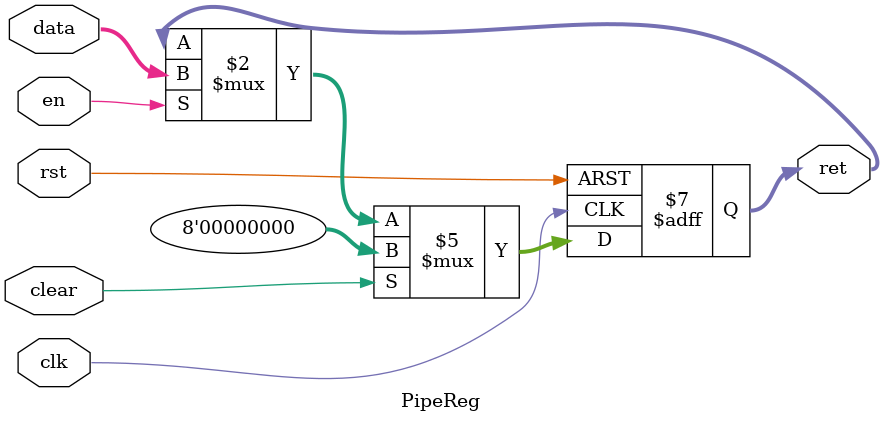
<source format=v>
`timescale 1ns / 1ps

// Á÷Ë®Ïß¼Ä´æÆ÷
module PipeReg #( parameter WIDTH = 8) (
        input wire clk, rst, en , clear,
        input wire [WIDTH-1:0] data ,
        output reg [WIDTH-1:0] ret
    );
    always @(posedge clk, posedge rst) begin
		if(rst) begin
			ret <= 0;
		end else if(clear) begin
			ret <= 0;
		end else if(en) begin
			ret <= data;
		end
	end
endmodule
</source>
